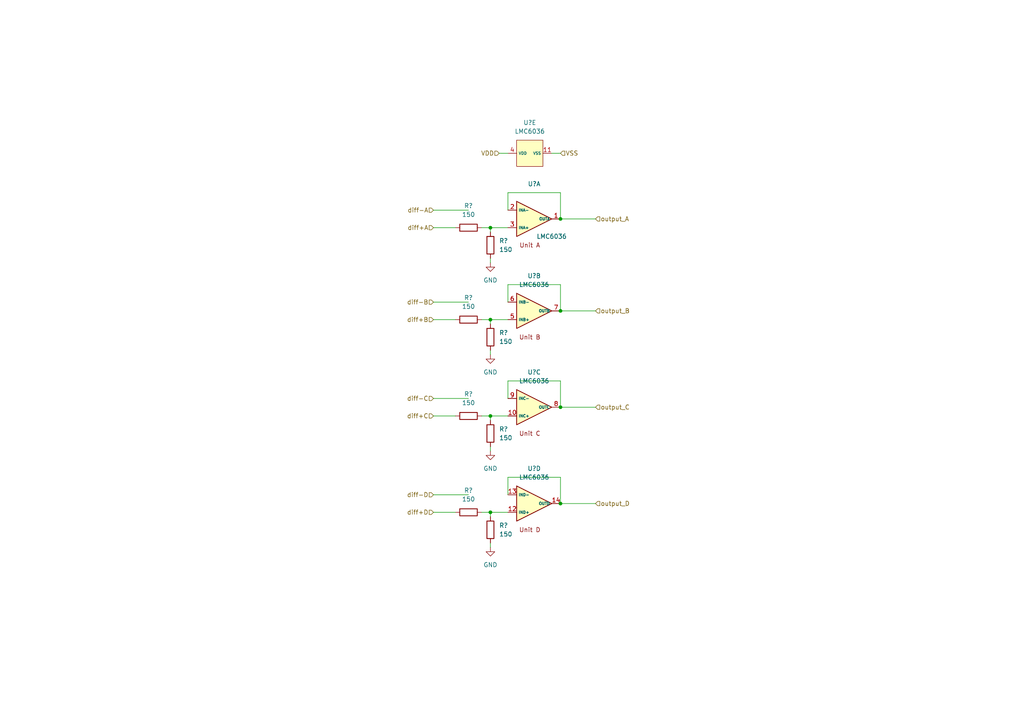
<source format=kicad_sch>
(kicad_sch (version 20210621) (generator eeschema)
  (paper "A4")
  (lib_symbols
    (symbol "Device:R" (pin_numbers hide) (pin_names (offset 0))
      (property "Reference" "R" (at 2.032 0 90))
      (property "Value" "R" (at 0 0 90))
      (symbol "R_0_1"
        (rectangle (start -1.016 -2.54) (end 1.016 2.54) (stroke (width 0.254)))
      )
      (symbol "R_1_1"
        (pin passive line (at 0 3.81 270) (length 1.27) (name "~") (number "1"))
        (pin passive line (at 0 -3.81 90) (length 1.27) (name "~") (number "2"))
      )
    )
    (symbol "LMC6036_custom:LMC6036"
      (property "Reference" "U" (at 1.905 0 0))
      (property "Value" "LMC6036" (at -11.43 0 0))
      (symbol "LMC6036_1_1"
        (text "Unit A" (at 0 -7.62 0) (effects (font (size 1.27 1.27))))
        (polyline (pts (xy -3.81 5.08) (xy 6.35 0) (xy -3.81 -5.08) (xy -3.81 5.08)) (stroke (width 0.254)) (fill (type background)))
        (pin output line (at 8.89 0 180) (length 2.54) (name "OUTA") (number "1"))
        (pin input line (at -6.35 2.54 0) (length 2.54) (name "INA-") (number "2"))
        (pin input line (at -6.35 -2.54 0) (length 2.54) (name "INA+") (number "3"))
      )
      (symbol "LMC6036_2_1"
        (text "Unit B" (at 0 -7.62 0) (effects (font (size 1.27 1.27))))
        (polyline (pts (xy -3.81 5.08) (xy 6.35 0) (xy -3.81 -5.08) (xy -3.81 5.08)) (stroke (width 0.254)) (fill (type background)))
        (pin input line (at -6.35 -2.54 0) (length 2.54) (name "INB+") (number "5"))
        (pin input line (at -6.35 2.54 0) (length 2.54) (name "INB-") (number "6"))
        (pin output line (at 8.89 0 180) (length 2.54) (name "OUTB") (number "7"))
      )
      (symbol "LMC6036_3_1"
        (text "Unit C" (at 0 -7.62 0) (effects (font (size 1.27 1.27))))
        (polyline (pts (xy -3.81 5.08) (xy 6.35 0) (xy -3.81 -5.08) (xy -3.81 5.08)) (stroke (width 0.254)) (fill (type background)))
        (pin input line (at -6.35 -2.54 0) (length 2.54) (name "INC+") (number "10"))
        (pin output line (at 8.89 0 180) (length 2.54) (name "OUTC") (number "8"))
        (pin input line (at -6.35 2.54 0) (length 2.54) (name "INC-") (number "9"))
      )
      (symbol "LMC6036_4_1"
        (text "Unit D" (at 0 -7.62 0) (effects (font (size 1.27 1.27))))
        (polyline (pts (xy -3.81 5.08) (xy 6.35 0) (xy -3.81 -5.08) (xy -3.81 5.08)) (stroke (width 0.254)) (fill (type background)))
        (pin input line (at -6.35 -2.54 0) (length 2.54) (name "IND+") (number "12"))
        (pin input line (at -6.35 2.54 0) (length 2.54) (name "IND-") (number "13"))
        (pin output line (at 8.89 0 180) (length 2.54) (name "OUTD") (number "14"))
      )
      (symbol "LMC6036_5_1"
        (rectangle (start -3.81 3.81) (end 3.81 -3.81) (stroke (width 0.1524)) (fill (type background)))
        (pin power_in line (at 0 -6.35 90) (length 2.54) (name "VSS") (number "11"))
        (pin power_in line (at 0 6.35 270) (length 2.54) (name "VDD") (number "4"))
      )
    )
    (symbol "power:GND" (power) (pin_names (offset 0))
      (property "Value" "GND" (at 0 -3.81 0))
      (symbol "GND_0_1"
        (polyline (pts (xy 0 0) (xy 0 -1.27) (xy 1.27 -1.27) (xy 0 -2.54) (xy -1.27 -1.27) (xy 0 -1.27)))
      )
      (symbol "GND_1_1"
        (pin power_in line (at 0 0 270) (length 0) hide (name "GND") (number "1"))
      )
    )
  )
  (junction (at 142.24 66.04))
  (junction (at 142.24 92.71))
  (junction (at 142.24 120.65))
  (junction (at 142.24 148.59))
  (junction (at 162.56 63.5))
  (junction (at 162.56 90.17))
  (junction (at 162.56 118.11))
  (junction (at 162.56 146.05))
  (wire (pts (xy 125.73 60.96) (xy 135.89 60.96)))
  (wire (pts (xy 125.73 66.04) (xy 132.08 66.04)))
  (wire (pts (xy 125.73 87.63) (xy 135.89 87.63)))
  (wire (pts (xy 125.73 92.71) (xy 132.08 92.71)))
  (wire (pts (xy 125.73 115.57) (xy 135.89 115.57)))
  (wire (pts (xy 125.73 120.65) (xy 132.08 120.65)))
  (wire (pts (xy 125.73 143.51) (xy 135.89 143.51)))
  (wire (pts (xy 125.73 148.59) (xy 132.08 148.59)))
  (wire (pts (xy 139.7 66.04) (xy 142.24 66.04)))
  (wire (pts (xy 139.7 92.71) (xy 142.24 92.71)))
  (wire (pts (xy 139.7 120.65) (xy 142.24 120.65)))
  (wire (pts (xy 139.7 148.59) (xy 142.24 148.59)))
  (wire (pts (xy 142.24 66.04) (xy 142.24 67.31)))
  (wire (pts (xy 142.24 66.04) (xy 147.32 66.04)))
  (wire (pts (xy 142.24 74.93) (xy 142.24 76.2)))
  (wire (pts (xy 142.24 92.71) (xy 142.24 93.98)))
  (wire (pts (xy 142.24 92.71) (xy 147.32 92.71)))
  (wire (pts (xy 142.24 101.6) (xy 142.24 102.87)))
  (wire (pts (xy 142.24 120.65) (xy 142.24 121.92)))
  (wire (pts (xy 142.24 120.65) (xy 147.32 120.65)))
  (wire (pts (xy 142.24 129.54) (xy 142.24 130.81)))
  (wire (pts (xy 142.24 148.59) (xy 142.24 149.86)))
  (wire (pts (xy 142.24 148.59) (xy 147.32 148.59)))
  (wire (pts (xy 142.24 157.48) (xy 142.24 158.75)))
  (wire (pts (xy 144.78 44.45) (xy 147.32 44.45)))
  (wire (pts (xy 147.32 55.88) (xy 147.32 60.96)))
  (wire (pts (xy 147.32 55.88) (xy 162.56 55.88)))
  (wire (pts (xy 147.32 82.55) (xy 147.32 87.63)))
  (wire (pts (xy 147.32 82.55) (xy 162.56 82.55)))
  (wire (pts (xy 147.32 110.49) (xy 147.32 115.57)))
  (wire (pts (xy 147.32 110.49) (xy 162.56 110.49)))
  (wire (pts (xy 147.32 138.43) (xy 147.32 143.51)))
  (wire (pts (xy 147.32 138.43) (xy 162.56 138.43)))
  (wire (pts (xy 160.02 44.45) (xy 162.56 44.45)))
  (wire (pts (xy 162.56 55.88) (xy 162.56 63.5)))
  (wire (pts (xy 162.56 63.5) (xy 172.72 63.5)))
  (wire (pts (xy 162.56 82.55) (xy 162.56 90.17)))
  (wire (pts (xy 162.56 90.17) (xy 172.72 90.17)))
  (wire (pts (xy 162.56 110.49) (xy 162.56 118.11)))
  (wire (pts (xy 162.56 118.11) (xy 172.72 118.11)))
  (wire (pts (xy 162.56 138.43) (xy 162.56 146.05)))
  (wire (pts (xy 162.56 146.05) (xy 172.72 146.05)))
  (hierarchical_label "diff-A" (shape input) (at 125.73 60.96 180))
  (hierarchical_label "diff+A" (shape input) (at 125.73 66.04 180))
  (hierarchical_label "diff-B" (shape input) (at 125.73 87.63 180))
  (hierarchical_label "diff+B" (shape input) (at 125.73 92.71 180))
  (hierarchical_label "diff-C" (shape input) (at 125.73 115.57 180))
  (hierarchical_label "diff+C" (shape input) (at 125.73 120.65 180))
  (hierarchical_label "diff-D" (shape input) (at 125.73 143.51 180))
  (hierarchical_label "diff+D" (shape input) (at 125.73 148.59 180))
  (hierarchical_label "VDD" (shape input) (at 144.78 44.45 180))
  (hierarchical_label "VSS" (shape input) (at 162.56 44.45 0))
  (hierarchical_label "output_A" (shape input) (at 172.72 63.5 0))
  (hierarchical_label "output_B" (shape input) (at 172.72 90.17 0))
  (hierarchical_label "output_C" (shape input) (at 172.72 118.11 0))
  (hierarchical_label "output_D" (shape input) (at 172.72 146.05 0))
  (symbol (lib_id "power:GND") (at 142.24 76.2 0) (unit 1)
    (property "Reference" "#PWR?" (effects hide))
    (property "Value" "GND" (at 142.24 81.28 0))
  )
  (symbol (lib_id "power:GND") (at 142.24 102.87 0) (unit 1)
    (property "Reference" "#PWR?" (effects hide))
    (property "Value" "GND" (at 142.24 107.95 0))
  )
  (symbol (lib_id "power:GND") (at 142.24 130.81 0) (unit 1)
    (property "Reference" "#PWR?" (effects hide))
    (property "Value" "GND" (at 142.24 135.89 0))
  )
  (symbol (lib_id "power:GND") (at 142.24 158.75 0) (unit 1)
    (property "Reference" "#PWR?" (effects hide))
    (property "Value" "GND" (at 142.24 163.83 0))
  )
  (symbol (lib_id "Device:R") (at 135.89 66.04 270) (unit 1)
    (property "Reference" "R?" (at 135.89 59.69 90))
    (property "Value" "150" (at 135.89 62.23 90))
  )
  (symbol (lib_id "Device:R") (at 135.89 92.71 270) (unit 1)
    (property "Reference" "R?" (at 135.89 86.36 90))
    (property "Value" "150" (at 135.89 88.9 90))
  )
  (symbol (lib_id "Device:R") (at 135.89 120.65 270) (unit 1)
    (property "Reference" "R?" (at 135.89 114.3 90))
    (property "Value" "150" (at 135.89 116.84 90))
  )
  (symbol (lib_id "Device:R") (at 135.89 148.59 270) (unit 1)
    (property "Reference" "R?" (at 135.89 142.24 90))
    (property "Value" "150" (at 135.89 144.78 90))
  )
  (symbol (lib_id "Device:R") (at 142.24 71.12 0) (unit 1)
    (property "Reference" "R?" (at 144.78 69.8499 0) (effects (justify left)))
    (property "Value" "150" (at 144.78 72.3899 0) (effects (justify left)))
  )
  (symbol (lib_id "Device:R") (at 142.24 97.79 0) (unit 1)
    (property "Reference" "R?" (at 144.78 96.5199 0) (effects (justify left)))
    (property "Value" "150" (at 144.78 99.0599 0) (effects (justify left)))
  )
  (symbol (lib_id "Device:R") (at 142.24 125.73 0) (unit 1)
    (property "Reference" "R?" (at 144.78 124.4599 0) (effects (justify left)))
    (property "Value" "150" (at 144.78 126.9999 0) (effects (justify left)))
  )
  (symbol (lib_id "Device:R") (at 142.24 153.67 0) (unit 1)
    (property "Reference" "R?" (at 144.78 152.3999 0) (effects (justify left)))
    (property "Value" "150" (at 144.78 154.9399 0) (effects (justify left)))
  )
  (symbol (lib_id "LMC6036_custom:LMC6036") (at 153.67 44.45 90) (unit 5)
    (property "Reference" "U?" (at 153.67 35.56 90))
    (property "Value" "LMC6036" (at 153.67 38.1 90))
    (property "Footprint" "LMC6036:SOP65P640X120-14N" (effects hide))
  )
  (symbol (lib_id "LMC6036_custom:LMC6036") (at 153.67 63.5 0) (unit 1)
    (property "Reference" "U?" (at 154.94 53.34 0))
    (property "Value" "LMC6036" (at 160.02 68.58 0))
    (property "Footprint" "LMC6036:SOP65P640X120-14N" (effects hide))
  )
  (symbol (lib_id "LMC6036_custom:LMC6036") (at 153.67 90.17 0) (unit 2)
    (property "Reference" "U?" (at 154.94 80.01 0))
    (property "Value" "LMC6036" (at 154.94 82.55 0))
    (property "Footprint" "LMC6036:SOP65P640X120-14N" (effects hide))
  )
  (symbol (lib_id "LMC6036_custom:LMC6036") (at 153.67 118.11 0) (unit 3)
    (property "Reference" "U?" (at 154.94 107.95 0))
    (property "Value" "LMC6036" (at 154.94 110.49 0))
    (property "Footprint" "LMC6036:SOP65P640X120-14N" (effects hide))
  )
  (symbol (lib_id "LMC6036_custom:LMC6036") (at 153.67 146.05 0) (unit 4)
    (property "Reference" "U?" (at 154.94 135.89 0))
    (property "Value" "LMC6036" (at 154.94 138.43 0))
    (property "Footprint" "LMC6036:SOP65P640X120-14N" (effects hide))
  )
)
</source>
